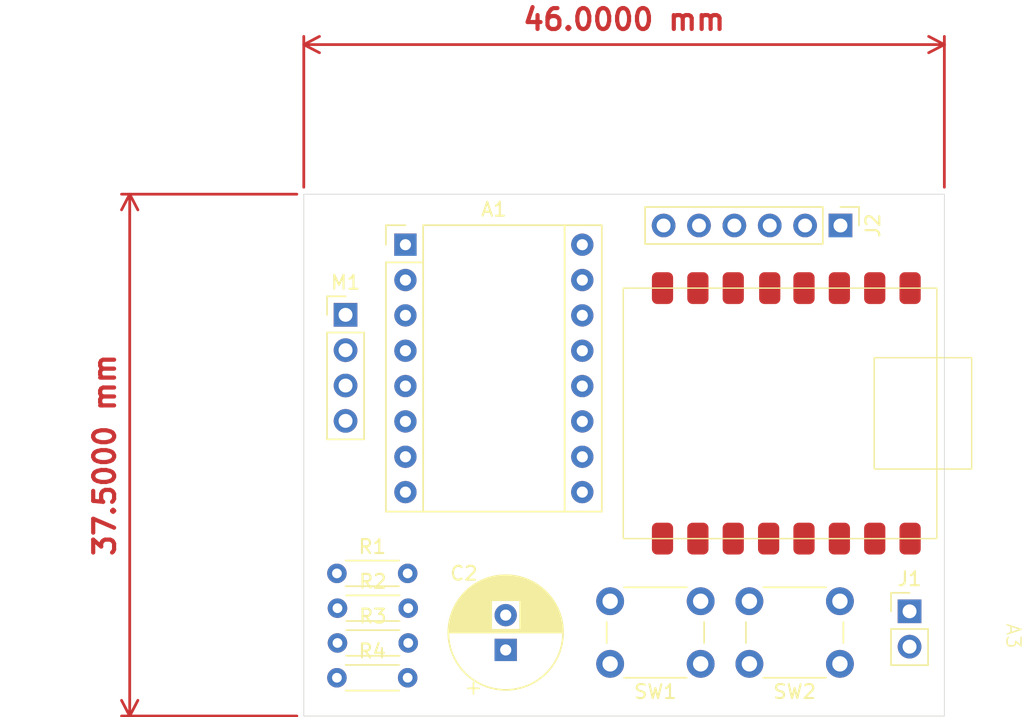
<source format=kicad_pcb>
(kicad_pcb (version 20240108) (generator "pcbnew") (generator_version "8.0")
  (layers (0 "F.Cu" signal) (31 "B.Cu" signal) (34 "B.Paste" user) (35 "F.Paste" user) (36 "B.SilkS" user "B.Silkscreen") (37 "F.SilkS" user "F.Silkscreen") (38 "B.Mask" user) (39 "F.Mask" user) (44 "Edge.Cuts" user))
  (net 0 "")
  (net 2 "Net-(A1-1B)")
  (net 4 "GND")
  (net 5 "+5V")
  (net 7 "/sleep")
  (net 8 "Net-(A1-2A)")
  (net 10 "/step")
  (net 11 "Net-(A1-1A)")
  (net 12 "Net-(A1-2B)")
  (net 13 "/dir")
  (net 15 "Net-(A3-GPIO0)")
  (net 16 "Net-(A3-GPIO20)")
  (net 17 "Net-(A3-GPIO21)")
  (net 18 "Net-(A3-GPIO5)")
  (net 19 "Net-(A3-GPIO4)")
  (net 20 "Net-(A3-GPIO9)")
  (net 21 "Net-(A3-GPIO8)")
  (net 23 "Net-(A3-GPIO10)")
  (net 24 "Net-(A3-GPIO7)")
  (footprint "Resistor_THT:R_Axial_DIN0204_L3.6mm_D1.6mm_P5.08mm_Horizontal" (layer "F.Cu") (at 66.38 78.5)
    (property "Reference" "R1" (at 2.54 -1.92 0) (layer "F.SilkS"))
    (property "Value" "R")
    (fp_line (start 0.62 -0.92) (end 4.46 -0.92) (stroke (width 0.12)) (layer "F.SilkS"))
    (fp_line (start 0.62 0.92) (end 4.46 0.92) (stroke (width 0.12)) (layer "F.SilkS"))
    (pad "1" thru_hole circle (at 0 0) (size 1.4 1.4) (drill 0.7) (layers "*.Cu" "*.Mask") (net 15 "Net-(A3-GPIO0)"))
    (pad "2" thru_hole oval (at 5.08 0) (size 1.4 1.4) (drill 0.7) (layers "*.Cu" "*.Mask") (net 4 "GND"))
  )
  (footprint "Resistor_THT:R_Axial_DIN0204_L3.6mm_D1.6mm_P5.08mm_Horizontal" (layer "F.Cu") (at 66.42 81)
    (property "Reference" "R2" (at 2.54 -1.92 0) (layer "F.SilkS"))
    (property "Value" "R")
    (fp_line (start 0.62 -0.92) (end 4.46 -0.92) (stroke (width 0.12)) (layer "F.SilkS"))
    (fp_line (start 0.62 0.92) (end 4.46 0.92) (stroke (width 0.12)) (layer "F.SilkS"))
    (pad "1" thru_hole circle (at 0 0) (size 1.4 1.4) (drill 0.7) (layers "*.Cu" "*.Mask") (net 15 "Net-(A3-GPIO0)"))
    (pad "2" thru_hole oval (at 5.08 0) (size 1.4 1.4) (drill 0.7) (layers "*.Cu" "*.Mask") (net 4 "GND"))
  )
  (footprint "Connector_PinHeader_2.54mm:PinHeader_1x02_P2.54mm_Vertical" (layer "F.Cu") (at 107.5 81.225)
    (property "Reference" "J1" (at 0 -2.33 360) (layer "F.SilkS"))
    (property "Value" "Jack-DC")
    (fp_line (start -1.33 -1.33) (end 0 -1.33) (stroke (width 0.12)) (layer "F.SilkS"))
    (fp_line (start -1.33 0) (end -1.33 -1.33) (stroke (width 0.12)) (layer "F.SilkS"))
    (fp_line (start -1.33 1.27) (end -1.33 3.87) (stroke (width 0.12)) (layer "F.SilkS"))
    (fp_line (start -1.33 1.27) (end 1.33 1.27) (stroke (width 0.12)) (layer "F.SilkS"))
    (fp_line (start -1.33 3.87) (end 1.33 3.87) (stroke (width 0.12)) (layer "F.SilkS"))
    (fp_line (start 1.33 1.27) (end 1.33 3.87) (stroke (width 0.12)) (layer "F.SilkS"))
    (pad "1" thru_hole rect (at 0 0) (size 1.7 1.7) (drill 1) (layers "*.Cu" "*.Mask") (net 5 "+5V"))
    (pad "2" thru_hole oval (at 0 2.54) (size 1.7 1.7) (drill 1) (layers "*.Cu" "*.Mask") (net 4 "GND"))
  )
  (footprint "Resistor_THT:R_Axial_DIN0204_L3.6mm_D1.6mm_P5.08mm_Horizontal" (layer "F.Cu") (at 66.42 83.5)
    (property "Reference" "R3" (at 2.54 -1.92 0) (layer "F.SilkS"))
    (property "Value" "R")
    (fp_line (start 0.62 -0.92) (end 4.46 -0.92) (stroke (width 0.12)) (layer "F.SilkS"))
    (fp_line (start 0.62 0.92) (end 4.46 0.92) (stroke (width 0.12)) (layer "F.SilkS"))
    (pad "1" thru_hole circle (at 0 0) (size 1.4 1.4) (drill 0.7) (layers "*.Cu" "*.Mask") (net 15 "Net-(A3-GPIO0)"))
    (pad "2" thru_hole oval (at 5.08 0) (size 1.4 1.4) (drill 0.7) (layers "*.Cu" "*.Mask") (net 4 "GND"))
  )
  (footprint "Button_Switch_THT:SW_PUSH_6mm" (layer "F.Cu") (at 102.5 85 180)
    (property "Reference" "SW2" (at 3.25 -2 360) (layer "F.SilkS"))
    (property "Value" "SW_Push")
    (fp_line (start 6.75 3) (end 6.75 1.5) (stroke (width 0.12)) (layer "F.SilkS"))
    (fp_line (start 5.5 -1) (end 1 -1) (stroke (width 0.12)) (layer "F.SilkS"))
    (fp_line (start 1 5.5) (end 5.5 5.5) (stroke (width 0.12)) (layer "F.SilkS"))
    (fp_line (start -0.25 1.5) (end -0.25 3) (stroke (width 0.12)) (layer "F.SilkS"))
    (pad "1" thru_hole circle (at 0 0 270) (size 2 2) (drill 1.1) (layers "*.Cu" "*.Mask") (net 4 "GND"))
    (pad "1" thru_hole circle (at 6.5 0 270) (size 2 2) (drill 1.1) (layers "*.Cu" "*.Mask") (net 4 "GND"))
    (pad "2" thru_hole circle (at 0 4.5 270) (size 2 2) (drill 1.1) (layers "*.Cu" "*.Mask") (net 18 "Net-(A3-GPIO5)"))
    (pad "2" thru_hole circle (at 6.5 4.5 270) (size 2 2) (drill 1.1) (layers "*.Cu" "*.Mask") (net 18 "Net-(A3-GPIO5)"))
  )
  (footprint "Capacitor_THT:CP_Radial_D8.0mm_P2.50mm" (layer "F.Cu") (at 78.5 84 90)
    (property "Reference" "C2" (at 5.5 -3 0) (layer "F.SilkS"))
    (property "Value" "100u")
    (fp_line (start 1.33 -4.08) (end 1.33 4.08) (stroke (width 0.12)) (layer "F.SilkS"))
    (fp_line (start 1.29 -4.08) (end 1.29 4.08) (stroke (width 0.12)) (layer "F.SilkS"))
    (fp_line (start 1.25 -4.08) (end 1.25 4.08) (stroke (width 0.12)) (layer "F.SilkS"))
    (fp_line (start 1.37 -4.079) (end 1.37 4.079) (stroke (width 0.12)) (layer "F.SilkS"))
    (fp_line (start 1.41 -4.077) (end 1.41 4.077) (stroke (width 0.12)) (layer "F.SilkS"))
    (fp_line (start 1.45 -4.076) (end 1.45 4.076) (stroke (width 0.12)) (layer "F.SilkS"))
    (fp_line (start 1.49 -4.074) (end 1.49 -1.04) (stroke (width 0.12)) (layer "F.SilkS"))
    (fp_line (start 1.53 -4.071) (end 1.53 -1.04) (stroke (width 0.12)) (layer "F.SilkS"))
    (fp_line (start 1.57 -4.068) (end 1.57 -1.04) (stroke (width 0.12)) (layer "F.SilkS"))
    (fp_line (start 1.61 -4.065) (end 1.61 -1.04) (stroke (width 0.12)) (layer "F.SilkS"))
    (fp_line (start 1.65 -4.061) (end 1.65 -1.04) (stroke (width 0.12)) (layer "F.SilkS"))
    (fp_line (start 1.69 -4.057) (end 1.69 -1.04) (stroke (width 0.12)) (layer "F.SilkS"))
    (fp_line (start 1.73 -4.052) (end 1.73 -1.04) (stroke (width 0.12)) (layer "F.SilkS"))
    (fp_line (start 1.77 -4.048) (end 1.77 -1.04) (stroke (width 0.12)) (layer "F.SilkS"))
    (fp_line (start 1.81 -4.042) (end 1.81 -1.04) (stroke (width 0.12)) (layer "F.SilkS"))
    (fp_line (start 1.85 -4.037) (end 1.85 -1.04) (stroke (width 0.12)) (layer "F.SilkS"))
    (fp_line (start 1.89 -4.03) (end 1.89 -1.04) (stroke (width 0.12)) (layer "F.SilkS"))
    (fp_line (start 1.93 -4.024) (end 1.93 -1.04) (stroke (width 0.12)) (layer "F.SilkS"))
    (fp_line (start 1.971 -4.017) (end 1.971 -1.04) (stroke (width 0.12)) (layer "F.SilkS"))
    (fp_line (start 2.011 -4.01) (end 2.011 -1.04) (stroke (width 0.12)) (layer "F.SilkS"))
    (fp_line (start 2.051 -4.002) (end 2.051 -1.04) (stroke (width 0.12)) (layer "F.SilkS"))
    (fp_line (start 2.091 -3.994) (end 2.091 -1.04) (stroke (width 0.12)) (layer "F.SilkS"))
    (fp_line (start 2.131 -3.985) (end 2.131 -1.04) (stroke (width 0.12)) (layer "F.SilkS"))
    (fp_line (start 2.171 -3.976) (end 2.171 -1.04) (stroke (width 0.12)) (layer "F.SilkS"))
    (fp_line (start 2.211 -3.967) (end 2.211 -1.04) (stroke (width 0.12)) (layer "F.SilkS"))
    (fp_line (start 2.251 -3.957) (end 2.251 -1.04) (stroke (width 0.12)) (layer "F.SilkS"))
    (fp_line (start 2.291 -3.947) (end 2.291 -1.04) (stroke (width 0.12)) (layer "F.SilkS"))
    (fp_line (start 2.331 -3.936) (end 2.331 -1.04) (stroke (width 0.12)) (layer "F.SilkS"))
    (fp_line (start 2.371 -3.925) (end 2.371 -1.04) (stroke (width 0.12)) (layer "F.SilkS"))
    (fp_line (start 2.411 -3.914) (end 2.411 -1.04) (stroke (width 0.12)) (layer "F.SilkS"))
    (fp_line (start 2.451 -3.902) (end 2.451 -1.04) (stroke (width 0.12)) (layer "F.SilkS"))
    (fp_line (start 2.491 -3.889) (end 2.491 -1.04) (stroke (width 0.12)) (layer "F.SilkS"))
    (fp_line (start 2.531 -3.877) (end 2.531 -1.04) (stroke (width 0.12)) (layer "F.SilkS"))
    (fp_line (start 2.571 -3.863) (end 2.571 -1.04) (stroke (width 0.12)) (layer "F.SilkS"))
    (fp_line (start 2.611 -3.85) (end 2.611 -1.04) (stroke (width 0.12)) (layer "F.SilkS"))
    (fp_line (start 2.651 -3.835) (end 2.651 -1.04) (stroke (width 0.12)) (layer "F.SilkS"))
    (fp_line (start 2.691 -3.821) (end 2.691 -1.04) (stroke (width 0.12)) (layer "F.SilkS"))
    (fp_line (start 2.731 -3.805) (end 2.731 -1.04) (stroke (width 0.12)) (layer "F.SilkS"))
    (fp_line (start 2.771 -3.79) (end 2.771 -1.04) (stroke (width 0.12)) (layer "F.SilkS"))
    (fp_line (start 2.811 -3.774) (end 2.811 -1.04) (stroke (width 0.12)) (layer "F.SilkS"))
    (fp_line (start 2.851 -3.757) (end 2.851 -1.04) (stroke (width 0.12)) (layer "F.SilkS"))
    (fp_line (start 2.891 -3.74) (end 2.891 -1.04) (stroke (width 0.12)) (layer "F.SilkS"))
    (fp_line (start 2.931 -3.722) (end 2.931 -1.04) (stroke (width 0.12)) (layer "F.SilkS"))
    (fp_line (start 2.971 -3.704) (end 2.971 -1.04) (stroke (width 0.12)) (layer "F.SilkS"))
    (fp_line (start 3.011 -3.686) (end 3.011 -1.04) (stroke (width 0.12)) (layer "F.SilkS"))
    (fp_line (start 3.051 -3.666) (end 3.051 -1.04) (stroke (width 0.12)) (layer "F.SilkS"))
    (fp_line (start 3.091 -3.647) (end 3.091 -1.04) (stroke (width 0.12)) (layer "F.SilkS"))
    (fp_line (start 3.131 -3.627) (end 3.131 -1.04) (stroke (width 0.12)) (layer "F.SilkS"))
    (fp_line (start 3.171 -3.606) (end 3.171 -1.04) (stroke (width 0.12)) (layer "F.SilkS"))
    (fp_line (start 3.211 -3.584) (end 3.211 -1.04) (stroke (width 0.12)) (layer "F.SilkS"))
    (fp_line (start 3.251 -3.562) (end 3.251 -1.04) (stroke (width 0.12)) (layer "F.SilkS"))
    (fp_line (start 3.291 -3.54) (end 3.291 -1.04) (stroke (width 0.12)) (layer "F.SilkS"))
    (fp_line (start 3.331 -3.517) (end 3.331 -1.04) (stroke (width 0.12)) (layer "F.SilkS"))
    (fp_line (start 3.371 -3.493) (end 3.371 -1.04) (stroke (width 0.12)) (layer "F.SilkS"))
    (fp_line (start 3.411 -3.469) (end 3.411 -1.04) (stroke (width 0.12)) (layer "F.SilkS"))
    (fp_line (start 3.451 -3.444) (end 3.451 -1.04) (stroke (width 0.12)) (layer "F.SilkS"))
    (fp_line (start 3.491 -3.418) (end 3.491 -1.04) (stroke (width 0.12)) (layer "F.SilkS"))
    (fp_line (start 3.531 -3.392) (end 3.531 -1.04) (stroke (width 0.12)) (layer "F.SilkS"))
    (fp_line (start 3.571 -3.365) (end 3.571 3.365) (stroke (width 0.12)) (layer "F.SilkS"))
    (fp_line (start 3.611 -3.338) (end 3.611 3.338) (stroke (width 0.12)) (layer "F.SilkS"))
    (fp_line (start 3.651 -3.309) (end 3.651 3.309) (stroke (width 0.12)) (layer "F.SilkS"))
    (fp_line (start 3.691 -3.28) (end 3.691 3.28) (stroke (width 0.12)) (layer "F.SilkS"))
    (fp_line (start 3.731 -3.25) (end 3.731 3.25) (stroke (width 0.12)) (layer "F.SilkS"))
    (fp_line (start 3.771 -3.22) (end 3.771 3.22) (stroke (width 0.12)) (layer "F.SilkS"))
    (fp_line (start 3.811 -3.189) (end 3.811 3.189) (stroke (width 0.12)) (layer "F.SilkS"))
    (fp_line (start 3.851 -3.156) (end 3.851 3.156) (stroke (width 0.12)) (layer "F.SilkS"))
    (fp_line (start 3.891 -3.124) (end 3.891 3.124) (stroke (width 0.12)) (layer "F.SilkS"))
    (fp_line (start 3.931 -3.09) (end 3.931 3.09) (stroke (width 0.12)) (layer "F.SilkS"))
    (fp_line (start 3.971 -3.055) (end 3.971 3.055) (stroke (width 0.12)) (layer "F.SilkS"))
    (fp_line (start 4.011 -3.019) (end 4.011 3.019) (stroke (width 0.12)) (layer "F.SilkS"))
    (fp_line (start 4.051 -2.983) (end 4.051 2.983) (stroke (width 0.12)) (layer "F.SilkS"))
    (fp_line (start 4.091 -2.945) (end 4.091 2.945) (stroke (width 0.12)) (layer "F.SilkS"))
    (fp_line (start 4.131 -2.907) (end 4.131 2.907) (stroke (width 0.12)) (layer "F.SilkS"))
    (fp_line (start 4.171 -2.867) (end 4.171 2.867) (stroke (width 0.12)) (layer "F.SilkS"))
    (fp_line (start 4.211 -2.826) (end 4.211 2.826) (stroke (width 0.12)) (layer "F.SilkS"))
    (fp_line (start 4.251 -2.784) (end 4.251 2.784) (stroke (width 0.12)) (layer "F.SilkS"))
    (fp_line (start 4.291 -2.741) (end 4.291 2.741) (stroke (width 0.12)) (layer "F.SilkS"))
    (fp_line (start -2.759698 -2.715) (end -2.759698 -1.915) (stroke (width 0.12)) (layer "F.SilkS"))
    (fp_line (start 4.331 -2.697) (end 4.331 2.697) (stroke (width 0.12)) (layer "F.SilkS"))
    (fp_line (start 4.371 -2.651) (end 4.371 2.651) (stroke (width 0.12)) (layer "F.SilkS"))
    (fp_line (start 4.411 -2.604) (end 4.411 2.604) (stroke (width 0.12)) (layer "F.SilkS"))
    (fp_line (start 4.451 -2.556) (end 4.451 2.556) (stroke (width 0.12)) (layer "F.SilkS"))
    (fp_line (start 4.491 -2.505) (end 4.491 2.505) (stroke (width 0.12)) (layer "F.SilkS"))
    (fp_line (start 4.531 -2.454) (end 4.531 2.454) (stroke (width 0.12)) (layer "F.SilkS"))
    (fp_line (start 4.571 -2.4) (end 4.571 2.4) (stroke (width 0.12)) (layer "F.SilkS"))
    (fp_line (start 4.611 -2.345) (end 4.611 2.345) (stroke (width 0.12)) (layer "F.SilkS"))
    (fp_line (start -3.159698 -2.315) (end -2.359698 -2.315) (stroke (width 0.12)) (layer "F.SilkS"))
    (fp_line (start 4.651 -2.287) (end 4.651 2.287) (stroke (width 0.12)) (layer "F.SilkS"))
    (fp_line (start 4.691 -2.228) (end 4.691 2.228) (stroke (width 0.12)) (layer "F.SilkS"))
    (fp_line (start 4.731 -2.166) (end 4.731 2.166) (stroke (width 0.12)) (layer "F.SilkS"))
    (fp_line (start 4.771 -2.102) (end 4.771 2.102) (stroke (width 0.12)) (layer "F.SilkS"))
    (fp_line (start 4.811 -2.034) (end 4.811 2.034) (stroke (width 0.12)) (layer "F.SilkS"))
    (fp_line (start 4.851 -1.964) (end 4.851 1.964) (stroke (width 0.12)) (layer "F.SilkS"))
    (fp_line (start 4.891 -1.89) (end 4.891 1.89) (stroke (width 0.12)) (layer "F.SilkS"))
    (fp_line (start 4.931 -1.813) (end 4.931 1.813) (stroke (width 0.12)) (layer "F.SilkS"))
    (fp_line (start 4.971 -1.731) (end 4.971 1.731) (stroke (width 0.12)) (layer "F.SilkS"))
    (fp_line (start 5.011 -1.645) (end 5.011 1.645) (stroke (width 0.12)) (layer "F.SilkS"))
    (fp_line (start 5.051 -1.552) (end 5.051 1.552) (stroke (width 0.12)) (layer "F.SilkS"))
    (fp_line (start 5.091 -1.453) (end 5.091 1.453) (stroke (width 0.12)) (layer "F.SilkS"))
    (fp_line (start 5.131 -1.346) (end 5.131 1.346) (stroke (width 0.12)) (layer "F.SilkS"))
    (fp_line (start 5.171 -1.229) (end 5.171 1.229) (stroke (width 0.12)) (layer "F.SilkS"))
    (fp_line (start 5.211 -1.098) (end 5.211 1.098) (stroke (width 0.12)) (layer "F.SilkS"))
    (fp_line (start 5.251 -0.948) (end 5.251 0.948) (stroke (width 0.12)) (layer "F.SilkS"))
    (fp_line (start 5.291 -0.768) (end 5.291 0.768) (stroke (width 0.12)) (layer "F.SilkS"))
    (fp_line (start 5.331 -0.533) (end 5.331 0.533) (stroke (width 0.12)) (layer "F.SilkS"))
    (fp_line (start 3.531 1.04) (end 3.531 3.392) (stroke (width 0.12)) (layer "F.SilkS"))
    (fp_line (start 3.491 1.04) (end 3.491 3.418) (stroke (width 0.12)) (layer "F.SilkS"))
    (fp_line (start 3.451 1.04) (end 3.451 3.444) (stroke (width 0.12)) (layer "F.SilkS"))
    (fp_line (start 3.411 1.04) (end 3.411 3.469) (stroke (width 0.12)) (layer "F.SilkS"))
    (fp_line (start 3.371 1.04) (end 3.371 3.493) (stroke (width 0.12)) (layer "F.SilkS"))
    (fp_line (start 3.331 1.04) (end 3.331 3.517) (stroke (width 0.12)) (layer "F.SilkS"))
    (fp_line (start 3.291 1.04) (end 3.291 3.54) (stroke (width 0.12)) (layer "F.SilkS"))
    (fp_line (start 3.251 1.04) (end 3.251 3.562) (stroke (width 0.12)) (layer "F.SilkS"))
    (fp_line (start 3.211 1.04) (end 3.211 3.584) (stroke (width 0.12)) (layer "F.SilkS"))
    (fp_line (start 3.171 1.04) (end 3.171 3.606) (stroke (width 0.12)) (layer "F.SilkS"))
    (fp_line (start 3.131 1.04) (end 3.131 3.627) (stroke (width 0.12)) (layer "F.SilkS"))
    (fp_line (start 3.091 1.04) (end 3.091 3.647) (stroke (width 0.12)) (layer "F.SilkS"))
    (fp_line (start 3.051 1.04) (end 3.051 3.666) (stroke (width 0.12)) (layer "F.SilkS"))
    (fp_line (start 3.011 1.04) (end 3.011 3.686) (stroke (width 0.12)) (layer "F.SilkS"))
    (fp_line (start 2.971 1.04) (end 2.971 3.704) (stroke (width 0.12)) (layer "F.SilkS"))
    (fp_line (start 2.931 1.04) (end 2.931 3.722) (stroke (width 0.12)) (layer "F.SilkS"))
    (fp_line (start 2.891 1.04) (end 2.891 3.74) (stroke (width 0.12)) (layer "F.SilkS"))
    (fp_line (start 2.851 1.04) (end 2.851 3.757) (stroke (width 0.12)) (layer "F.SilkS"))
    (fp_line (start 2.811 1.04) (end 2.811 3.774) (stroke (width 0.12)) (layer "F.SilkS"))
    (fp_line (start 2.771 1.04) (end 2.771 3.79) (stroke (width 0.12)) (layer "F.SilkS"))
    (fp_line (start 2.731 1.04) (end 2.731 3.805) (stroke (width 0.12)) (layer "F.SilkS"))
    (fp_line (start 2.691 1.04) (end 2.691 3.821) (stroke (width 0.12)) (layer "F.SilkS"))
    (fp_line (start 2.651 1.04) (end 2.651 3.835) (stroke (width 0.12)) (layer "F.SilkS"))
    (fp_line (start 2.611 1.04) (end 2.611 3.85) (stroke (width 0.12)) (layer "F.SilkS"))
    (fp_line (start 2.571 1.04) (end 2.571 3.863) (stroke (width 0.12)) (layer "F.SilkS"))
    (fp_line (start 2.531 1.04) (end 2.531 3.877) (stroke (width 0.12)) (layer "F.SilkS"))
    (fp_line (start 2.491 1.04) (end 2.491 3.889) (stroke (width 0.12)) (layer "F.SilkS"))
    (fp_line (start 2.451 1.04) (end 2.451 3.902) (stroke (width 0.12)) (layer "F.SilkS"))
    (fp_line (start 2.411 1.04) (end 2.411 3.914) (stroke (width 0.12)) (layer "F.SilkS"))
    (fp_line (start 2.371 1.04) (end 2.371 3.925) (stroke (width 0.12)) (layer "F.SilkS"))
    (fp_line (start 2.331 1.04) (end 2.331 3.936) (stroke (width 0.12)) (layer "F.SilkS"))
    (fp_line (start 2.291 1.04) (end 2.291 3.947) (stroke (width 0.12)) (layer "F.SilkS"))
    (fp_line (start 2.251 1.04) (end 2.251 3.957) (stroke (width 0.12)) (layer "F.SilkS"))
    (fp_line (start 2.211 1.04) (end 2.211 3.967) (stroke (width 0.12)) (layer "F.SilkS"))
    (fp_line (start 2.171 1.04) (end 2.171 3.976) (stroke (width 0.12)) (layer "F.SilkS"))
    (fp_line (start 2.131 1.04) (end 2.131 3.985) (stroke (width 0.12)) (layer "F.SilkS"))
    (fp_line (start 2.091 1.04) (end 2.091 3.994) (stroke (width 0.12)) (layer "F.SilkS"))
    (fp_line (start 2.051 1.04) (end 2.051 4.002) (stroke (width 0.12)) (layer "F.SilkS"))
    (fp_line (start 2.011 1.04) (end 2.011 4.01) (stroke (width 0.12)) (layer "F.SilkS"))
    (fp_line (start 1.971 1.04) (end 1.971 4.017) (stroke (width 0.12)) (layer "F.SilkS"))
    (fp_line (start 1.93 1.04) (end 1.93 4.024) (stroke (width 0.12)) (layer "F.SilkS"))
    (fp_line (start 1.89 1.04) (end 1.89 4.03) (stroke (width 0.12)) (layer "F.SilkS"))
    (fp_line (start 1.85 1.04) (end 1.85 4.037) (stroke (width 0.12)) (layer "F.SilkS"))
    (fp_line (start 1.81 1.04) (end 1.81 4.042) (stroke (width 0.12)) (layer "F.SilkS"))
    (fp_line (start 1.77 1.04) (end 1.77 4.048) (stroke (width 0.12)) (layer "F.SilkS"))
    (fp_line (start 1.73 1.04) (end 1.73 4.052) (stroke (width 0.12)) (layer "F.SilkS"))
    (fp_line (start 1.69 1.04) (end 1.69 4.057) (stroke (width 0.12)) (layer "F.SilkS"))
    (fp_line (start 1.65 1.04) (end 1.65 4.061) (stroke (width 0.12)) (layer "F.SilkS"))
    (fp_line (start 1.61 1.04) (end 1.61 4.065) (stroke (width 0.12)) (layer "F.SilkS"))
    (fp_line (start 1.57 1.04) (end 1.57 4.068) (stroke (width 0.12)) (layer "F.SilkS"))
    (fp_line (start 1.53 1.04) (end 1.53 4.071) (stroke (width 0.12)) (layer "F.SilkS"))
    (fp_line (start 1.49 1.04) (end 1.49 4.074) (stroke (width 0.12)) (layer "F.SilkS"))
    (fp_circle (center 1.25 0) (end 5.37 0) (stroke (width 0.12)) (fill none) (layer "F.SilkS"))
    (pad "1" thru_hole rect (at 0 0 90) (size 1.6 1.6) (drill 0.8) (layers "*.Cu" "*.Mask") (net 4 "GND"))
    (pad "2" thru_hole circle (at 2.5 0 90) (size 1.6 1.6) (drill 0.8) (layers "*.Cu" "*.Mask") (net 5 "+5V"))
  )
  (footprint "Button_Switch_THT:SW_PUSH_6mm" (layer "F.Cu") (at 92.5 85 180)
    (property "Reference" "SW1" (at 3.25 -2 360) (layer "F.SilkS"))
    (property "Value" "SW_Push")
    (fp_line (start 6.75 3) (end 6.75 1.5) (stroke (width 0.12)) (layer "F.SilkS"))
    (fp_line (start 5.5 -1) (end 1 -1) (stroke (width 0.12)) (layer "F.SilkS"))
    (fp_line (start 1 5.5) (end 5.5 5.5) (stroke (width 0.12)) (layer "F.SilkS"))
    (fp_line (start -0.25 1.5) (end -0.25 3) (stroke (width 0.12)) (layer "F.SilkS"))
    (pad "1" thru_hole circle (at 0 0 270) (size 2 2) (drill 1.1) (layers "*.Cu" "*.Mask") (net 4 "GND"))
    (pad "1" thru_hole circle (at 6.5 0 270) (size 2 2) (drill 1.1) (layers "*.Cu" "*.Mask") (net 4 "GND"))
    (pad "2" thru_hole circle (at 0 4.5 270) (size 2 2) (drill 1.1) (layers "*.Cu" "*.Mask") (net 19 "Net-(A3-GPIO4)"))
    (pad "2" thru_hole circle (at 6.5 4.5 270) (size 2 2) (drill 1.1) (layers "*.Cu" "*.Mask") (net 19 "Net-(A3-GPIO4)"))
  )
  (footprint "smartBlind_pcb:esp32-c3-supermini" (layer "F.Cu") (at 102.46 67 -90)
    (property "Reference" "A3" (at 16 -12.5 -90) (layer "F.SilkS") (effects (font (thickness 0.1))))
    (property "Value" "~")
    (fp_rect (start -9 -7) (end 9 15.52) (stroke (width 0.1)) (fill none) (layer "F.SilkS"))
    (fp_rect (start -4 -9.5) (end 4 -2.5) (stroke (width 0.1)) (fill none) (layer "F.SilkS"))
    (pad "1" smd roundrect (at -9 -5.08 270) (size 2.286 1.524) (layers "F.Cu" "F.Paste" "F.Mask") (net 18 "Net-(A3-GPIO5)"))
    (pad "2" smd roundrect (at 9 -5.08 270) (size 2.286 1.524) (layers "F.Cu" "F.Paste" "F.Mask") (net 5 "+5V"))
    (pad "3" smd roundrect (at -9 -2.54 270) (size 2.286 1.524) (layers "F.Cu" "F.Paste" "F.Mask"))
    (pad "4" smd roundrect (at 9 -2.54 270) (size 2.286 1.524) (layers "F.Cu" "F.Paste" "F.Mask") (net 4 "GND"))
    (pad "5" smd roundrect (at -9 0 270) (size 2.286 1.524) (layers "F.Cu" "F.Paste" "F.Mask") (net 24 "Net-(A3-GPIO7)"))
    (pad "6" smd roundrect (at 9 0 270) (size 2.286 1.524) (layers "F.Cu" "F.Paste" "F.Mask"))
    (pad "7" smd roundrect (at -9 2.54 270) (size 2.286 1.524) (layers "F.Cu" "F.Paste" "F.Mask") (net 21 "Net-(A3-GPIO8)"))
    (pad "8" smd roundrect (at 9 2.54 270) (size 2.286 1.524) (layers "F.Cu" "F.Paste" "F.Mask") (net 19 "Net-(A3-GPIO4)"))
    (pad "9" smd roundrect (at -9 5 270) (size 2.286 1.524) (layers "F.Cu" "F.Paste" "F.Mask") (net 20 "Net-(A3-GPIO9)"))
    (pad "10" smd roundrect (at 9 5.08 270) (size 2.286 1.524) (layers "F.Cu" "F.Paste" "F.Mask") (net 7 "/sleep"))
    (pad "11" smd roundrect (at -9 7.62 270) (size 2.286 1.524) (layers "F.Cu" "F.Paste" "F.Mask") (net 23 "Net-(A3-GPIO10)"))
    (pad "12" smd roundrect (at 9 7.62 270) (size 2.286 1.524) (layers "F.Cu" "F.Paste" "F.Mask") (net 10 "/step"))
    (pad "13" smd roundrect (at -9 10.16 270) (size 2.286 1.524) (layers "F.Cu" "F.Paste" "F.Mask") (net 16 "Net-(A3-GPIO20)"))
    (pad "14" smd roundrect (at 9 10.16 270) (size 2.286 1.524) (layers "F.Cu" "F.Paste" "F.Mask") (net 13 "/dir"))
    (pad "15" smd roundrect (at -9 12.7 270) (size 2.286 1.524) (layers "F.Cu" "F.Paste" "F.Mask") (net 17 "Net-(A3-GPIO21)"))
    (pad "16" smd roundrect (at 9 12.7 270) (size 2.286 1.524) (layers "F.Cu" "F.Paste" "F.Mask") (net 15 "Net-(A3-GPIO0)"))
  )
  (footprint "Connector_PinHeader_2.54mm:PinHeader_1x04_P2.54mm_Vertical" (layer "F.Cu") (at 67 59.92)
    (property "Reference" "M1" (at 0 -2.33 0) (layer "F.SilkS"))
    (property "Value" "Stepper_Motor_bipolar")
    (fp_line (start -1.33 -1.33) (end 0 -1.33) (stroke (width 0.12)) (layer "F.SilkS"))
    (fp_line (start -1.33 0) (end -1.33 -1.33) (stroke (width 0.12)) (layer "F.SilkS"))
    (fp_line (start -1.33 1.27) (end -1.33 8.95) (stroke (width 0.12)) (layer "F.SilkS"))
    (fp_line (start -1.33 1.27) (end 1.33 1.27) (stroke (width 0.12)) (layer "F.SilkS"))
    (fp_line (start -1.33 8.95) (end 1.33 8.95) (stroke (width 0.12)) (layer "F.SilkS"))
    (fp_line (start 1.33 1.27) (end 1.33 8.95) (stroke (width 0.12)) (layer "F.SilkS"))
    (pad "1" thru_hole rect (at 0 0) (size 1.7 1.7) (drill 1) (layers "*.Cu" "*.Mask") (net 11 "Net-(A1-1A)"))
    (pad "2" thru_hole oval (at 0 2.54) (size 1.7 1.7) (drill 1) (layers "*.Cu" "*.Mask") (net 2 "Net-(A1-1B)"))
    (pad "3" thru_hole oval (at 0 5.08) (size 1.7 1.7) (drill 1) (layers "*.Cu" "*.Mask") (net 8 "Net-(A1-2A)"))
    (pad "4" thru_hole oval (at 0 7.62) (size 1.7 1.7) (drill 1) (layers "*.Cu" "*.Mask") (net 12 "Net-(A1-2B)"))
  )
  (footprint "Resistor_THT:R_Axial_DIN0204_L3.6mm_D1.6mm_P5.08mm_Horizontal" (layer "F.Cu") (at 66.38 86)
    (property "Reference" "R4" (at 2.54 -1.92 0) (layer "F.SilkS"))
    (property "Value" "R")
    (fp_line (start 0.62 -0.92) (end 4.46 -0.92) (stroke (width 0.12)) (layer "F.SilkS"))
    (fp_line (start 0.62 0.92) (end 4.46 0.92) (stroke (width 0.12)) (layer "F.SilkS"))
    (pad "1" thru_hole circle (at 0 0) (size 1.4 1.4) (drill 0.7) (layers "*.Cu" "*.Mask") (net 15 "Net-(A3-GPIO0)"))
    (pad "2" thru_hole oval (at 5.08 0) (size 1.4 1.4) (drill 0.7) (layers "*.Cu" "*.Mask") (net 4 "GND"))
  )
  (footprint "Module:Pololu_Breakout-16_15.2x20.3mm" (layer "F.Cu") (at 71.3 54.88)
    (property "Reference" "A1" (at 6.35 -2.54 0) (layer "F.SilkS"))
    (property "Value" "Pololu_Breakout_A4988")
    (fp_line (start -1.4 -1.4) (end -1.4 0) (stroke (width 0.12)) (layer "F.SilkS"))
    (fp_line (start -1.4 1.27) (end -1.4 19.18) (stroke (width 0.12)) (layer "F.SilkS"))
    (fp_line (start -1.4 19.18) (end 14.1 19.18) (stroke (width 0.12)) (layer "F.SilkS"))
    (fp_line (start 0 -1.4) (end -1.4 -1.4) (stroke (width 0.12)) (layer "F.SilkS"))
    (fp_line (start 1.27 -1.4) (end 1.27 1.27) (stroke (width 0.12)) (layer "F.SilkS"))
    (fp_line (start 1.27 1.27) (end -1.4 1.27) (stroke (width 0.12)) (layer "F.SilkS"))
    (fp_line (start 1.27 1.27) (end 1.27 19.18) (stroke (width 0.12)) (layer "F.SilkS"))
    (fp_line (start 11.43 -1.4) (end 11.43 19.18) (stroke (width 0.12)) (layer "F.SilkS"))
    (fp_line (start 14.1 -1.4) (end 1.27 -1.4) (stroke (width 0.12)) (layer "F.SilkS"))
    (fp_line (start 14.1 19.18) (end 14.1 -1.4) (stroke (width 0.12)) (layer "F.SilkS"))
    (pad "1" thru_hole rect (at 0 0) (size 1.6 1.6) (drill 0.8) (layers "*.Cu" "*.Mask") (net 15 "Net-(A3-GPIO0)"))
    (pad "2" thru_hole oval (at 0 2.54) (size 1.6 1.6) (drill 0.8) (layers "*.Cu" "*.Mask") (net 5 "+5V"))
    (pad "3" thru_hole oval (at 0 5.08) (size 1.6 1.6) (drill 0.8) (layers "*.Cu" "*.Mask") (net 2 "Net-(A1-1B)"))
    (pad "4" thru_hole oval (at 0 7.62) (size 1.6 1.6) (drill 0.8) (layers "*.Cu" "*.Mask") (net 11 "Net-(A1-1A)"))
    (pad "5" thru_hole oval (at 0 10.16) (size 1.6 1.6) (drill 0.8) (layers "*.Cu" "*.Mask") (net 8 "Net-(A1-2A)"))
    (pad "6" thru_hole oval (at 0 12.7) (size 1.6 1.6) (drill 0.8) (layers "*.Cu" "*.Mask") (net 12 "Net-(A1-2B)"))
    (pad "7" thru_hole oval (at 0 15.24) (size 1.6 1.6) (drill 0.8) (layers "*.Cu" "*.Mask") (net 15 "Net-(A3-GPIO0)"))
    (pad "8" thru_hole oval (at 0 17.78) (size 1.6 1.6) (drill 0.8) (layers "*.Cu" "*.Mask") (net 5 "+5V"))
    (pad "9" thru_hole oval (at 12.7 17.78) (size 1.6 1.6) (drill 0.8) (layers "*.Cu" "*.Mask"))
    (pad "10" thru_hole oval (at 12.7 15.24) (size 1.6 1.6) (drill 0.8) (layers "*.Cu" "*.Mask"))
    (pad "11" thru_hole oval (at 12.7 12.7) (size 1.6 1.6) (drill 0.8) (layers "*.Cu" "*.Mask"))
    (pad "12" thru_hole oval (at 12.7 10.16) (size 1.6 1.6) (drill 0.8) (layers "*.Cu" "*.Mask"))
    (pad "13" thru_hole oval (at 12.7 7.62) (size 1.6 1.6) (drill 0.8) (layers "*.Cu" "*.Mask"))
    (pad "14" thru_hole oval (at 12.7 5.08) (size 1.6 1.6) (drill 0.8) (layers "*.Cu" "*.Mask") (net 7 "/sleep"))
    (pad "15" thru_hole oval (at 12.7 2.54) (size 1.6 1.6) (drill 0.8) (layers "*.Cu" "*.Mask") (net 10 "/step"))
    (pad "16" thru_hole oval (at 12.7 0) (size 1.6 1.6) (drill 0.8) (layers "*.Cu" "*.Mask") (net 13 "/dir"))
  )
  (footprint "Connector_PinHeader_2.54mm:PinHeader_1x06_P2.54mm_Vertical" (layer "F.Cu") (at 102.54 53.5 -90)
    (property "Reference" "J2" (at 0 -2.33 90) (layer "F.SilkS"))
    (property "Value" "Conn_01x06_Pin")
    (fp_line (start -1.33 14.03) (end 1.33 14.03) (stroke (width 0.12)) (layer "F.SilkS"))
    (fp_line (start -1.33 1.27) (end -1.33 14.03) (stroke (width 0.12)) (layer "F.SilkS"))
    (fp_line (start -1.33 1.27) (end 1.33 1.27) (stroke (width 0.12)) (layer "F.SilkS"))
    (fp_line (start 1.33 1.27) (end 1.33 14.03) (stroke (width 0.12)) (layer "F.SilkS"))
    (fp_line (start -1.33 0) (end -1.33 -1.33) (stroke (width 0.12)) (layer "F.SilkS"))
    (fp_line (start -1.33 -1.33) (end 0 -1.33) (stroke (width 0.12)) (layer "F.SilkS"))
    (pad "1" thru_hole rect (at 0 0 270) (size 1.7 1.7) (drill 1) (layers "*.Cu" "*.Mask") (net 24 "Net-(A3-GPIO7)"))
    (pad "2" thru_hole oval (at 0 2.54 270) (size 1.7 1.7) (drill 1) (layers "*.Cu" "*.Mask") (net 21 "Net-(A3-GPIO8)"))
    (pad "3" thru_hole oval (at 0 5.08 270) (size 1.7 1.7) (drill 1) (layers "*.Cu" "*.Mask") (net 20 "Net-(A3-GPIO9)"))
    (pad "4" thru_hole oval (at 0 7.62 270) (size 1.7 1.7) (drill 1) (layers "*.Cu" "*.Mask") (net 23 "Net-(A3-GPIO10)"))
    (pad "5" thru_hole oval (at 0 10.16 270) (size 1.7 1.7) (drill 1) (layers "*.Cu" "*.Mask") (net 16 "Net-(A3-GPIO20)"))
    (pad "6" thru_hole oval (at 0 12.7 270) (size 1.7 1.7) (drill 1) (layers "*.Cu" "*.Mask") (net 17 "Net-(A3-GPIO21)"))
  )
  (gr_rect (start 64 51.25) (end 110 88.75) (stroke (width 0.05)) (fill none) (layer "Edge.Cuts"))
  (dimension (type aligned) (layer "F.Cu") (pts (xy 64 51.25) (xy 110 51.25)) (height -10.75) (gr_text "46.0000 mm" (at 87 38.7 0) (layer "F.Cu") (effects (font (size 1.5 1.5) (thickness 0.3)))) (format (prefix "") (suffix "") (units 3) (units_format 1) (precision 4)) (style (thickness 0.2) (arrow_length 1.27) (text_position_mode 0) (extension_height 0.58642) (extension_offset 0.5) keep_text_aligned))
  (dimension (type aligned) (layer "F.Cu") (pts (xy 64 88.75) (xy 64 51.25)) (height -12.5) (gr_text "37.5000 mm" (at 49.7 70 90) (layer "F.Cu") (effects (font (size 1.5 1.5) (thickness 0.3)))) (format (prefix "") (suffix "") (units 3) (units_format 1) (precision 4)) (style (thickness 0.2) (arrow_length 1.27) (text_position_mode 0) (extension_height 0.58642) (extension_offset 0.5) keep_text_aligned))
)
</source>
